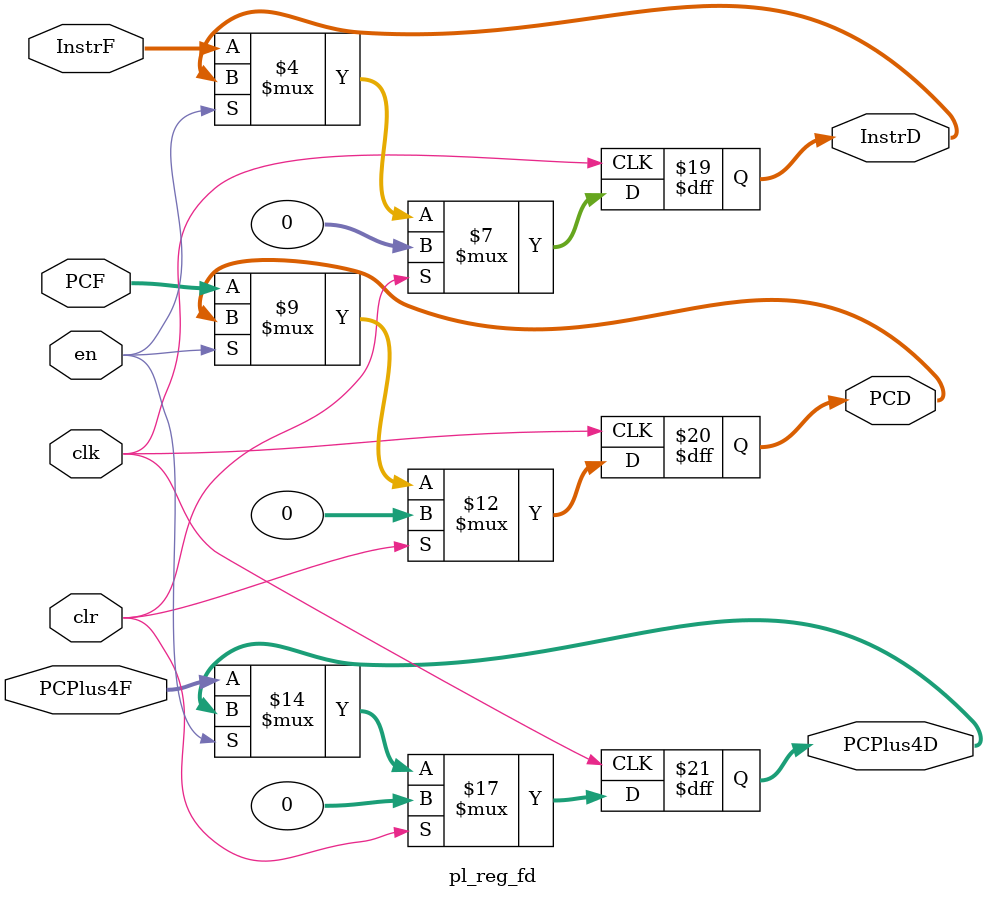
<source format=v>


module pl_reg_fd (
    input             clk, en, clr,
    input      [31:0] InstrF, PCF, PCPlus4F, 
    output reg [31:0] InstrD, PCD, PCPlus4D
);

initial begin
    InstrD = 0; PCD = 0; PCPlus4D = 0;
end

always @(posedge clk) begin
    if (clr) begin
        {InstrD, PCD, PCPlus4D} <= 0;
    end else if (!en) begin
        {InstrD, PCD, PCPlus4D} <= {InstrF, PCF, PCPlus4F};
    end
end

endmodule

</source>
